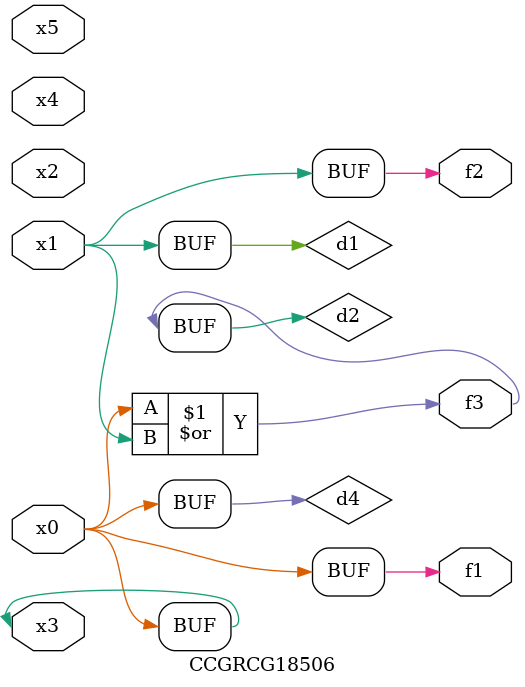
<source format=v>
module CCGRCG18506(
	input x0, x1, x2, x3, x4, x5,
	output f1, f2, f3
);

	wire d1, d2, d3, d4;

	and (d1, x1);
	or (d2, x0, x1);
	nand (d3, x0, x5);
	buf (d4, x0, x3);
	assign f1 = d4;
	assign f2 = d1;
	assign f3 = d2;
endmodule

</source>
